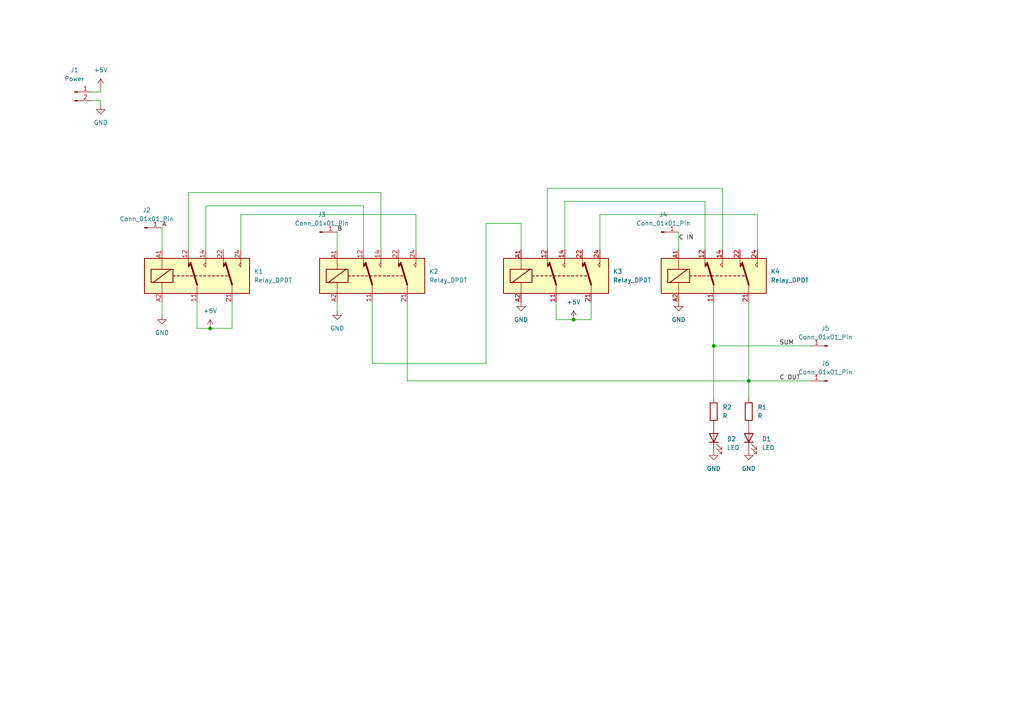
<source format=kicad_sch>
(kicad_sch (version 20231120) (generator "eeschema") (generator_version "8.0")
  (paper "A4")
  (lib_symbols
    (symbol "Connector:Conn_01x01_Pin" (pin_names (offset 1.016) hide)
      (property "Reference" "J" (at 0 2.54 0))
      (property "Value" "Conn_01x01_Pin" (at 0 -2.54 0))
      (symbol "Conn_01x01_Pin_1_1"
        (polyline (pts (xy 1.27 0) (xy 0.8636 0)) (stroke (width 0.1524)))
        (rectangle (start 0.8636 0.127) (end 0 -0.127) (stroke (width 0.1524)) (fill (type outline)))
        (pin passive line (at 5.08 0 180) (length 3.81) (name "Pin_1") (number "1"))
      )
    )
    (symbol "Connector:Conn_01x02_Pin" (pin_names (offset 1.016) hide)
      (property "Reference" "J" (at 0 2.54 0))
      (property "Value" "Conn_01x02_Pin" (at 0 -5.08 0))
      (symbol "Conn_01x02_Pin_1_1"
        (polyline (pts (xy 1.27 -2.54) (xy 0.8636 -2.54)) (stroke (width 0.1524)))
        (polyline (pts (xy 1.27 0) (xy 0.8636 0)) (stroke (width 0.1524)))
        (rectangle (start 0.8636 -2.413) (end 0 -2.667) (stroke (width 0.1524)) (fill (type outline)))
        (rectangle (start 0.8636 0.127) (end 0 -0.127) (stroke (width 0.1524)) (fill (type outline)))
        (pin passive line (at 5.08 0 180) (length 3.81) (name "Pin_1") (number "1"))
        (pin passive line (at 5.08 -2.54 180) (length 3.81) (name "Pin_2") (number "2"))
      )
    )
    (symbol "Device:LED" (pin_numbers hide) (pin_names (offset 1.016) hide)
      (property "Reference" "D" (at 0 2.54 0))
      (property "Value" "LED" (at 0 -2.54 0))
      (symbol "LED_0_1"
        (polyline (pts (xy -1.27 -1.27) (xy -1.27 1.27)) (stroke (width 0.254)))
        (polyline (pts (xy -1.27 0) (xy 1.27 0)))
        (polyline (pts (xy 1.27 -1.27) (xy 1.27 1.27) (xy -1.27 0) (xy 1.27 -1.27)) (stroke (width 0.254)))
        (polyline (pts (xy -3.048 -0.762) (xy -4.572 -2.286) (xy -3.81 -2.286) (xy -4.572 -2.286) (xy -4.572 -1.524)))
        (polyline (pts (xy -1.778 -0.762) (xy -3.302 -2.286) (xy -2.54 -2.286) (xy -3.302 -2.286) (xy -3.302 -1.524)))
      )
      (symbol "LED_1_1"
        (pin passive line (at -3.81 0 0) (length 2.54) (name "K") (number "1"))
        (pin passive line (at 3.81 0 180) (length 2.54) (name "A") (number "2"))
      )
    )
    (symbol "Device:R" (pin_numbers hide) (pin_names (offset 0))
      (property "Reference" "R" (at 2.032 0 90))
      (property "Value" "R" (at 0 0 90))
      (symbol "R_0_1"
        (rectangle (start -1.016 -2.54) (end 1.016 2.54) (stroke (width 0.254)))
      )
      (symbol "R_1_1"
        (pin passive line (at 0 3.81 270) (length 1.27) (name "~") (number "1"))
        (pin passive line (at 0 -3.81 90) (length 1.27) (name "~") (number "2"))
      )
    )
    (symbol "Relay:Relay_DPDT"
      (property "Reference" "K" (at 16.51 3.81 0))
      (property "Value" "Relay_DPDT" (at 16.51 1.27 0))
      (symbol "Relay_DPDT_0_1"
        (rectangle (start -15.24 5.08) (end 15.24 -5.08) (stroke (width 0.254)) (fill (type background)))
        (rectangle (start -13.335 1.905) (end -6.985 -1.905) (stroke (width 0.254)))
        (polyline (pts (xy -12.7 -1.905) (xy -7.62 1.905)) (stroke (width 0.254)))
        (polyline (pts (xy -10.16 -5.08) (xy -10.16 -1.905)))
        (polyline (pts (xy -10.16 5.08) (xy -10.16 1.905)))
        (polyline (pts (xy -6.985 0) (xy -6.35 0)) (stroke (width 0.254)))
        (polyline (pts (xy -5.715 0) (xy -5.08 0)) (stroke (width 0.254)))
        (polyline (pts (xy -4.445 0) (xy -3.81 0)) (stroke (width 0.254)))
        (polyline (pts (xy -3.175 0) (xy -2.54 0)) (stroke (width 0.254)))
        (polyline (pts (xy -1.905 0) (xy -1.27 0)) (stroke (width 0.254)))
        (polyline (pts (xy -0.635 0) (xy 0 0)) (stroke (width 0.254)))
        (polyline (pts (xy 0 -2.54) (xy -1.905 3.81)) (stroke (width 0.508)))
        (polyline (pts (xy 0 -2.54) (xy 0 -5.08)))
        (polyline (pts (xy 0.635 0) (xy 1.27 0)) (stroke (width 0.254)))
        (polyline (pts (xy 1.905 0) (xy 2.54 0)) (stroke (width 0.254)))
        (polyline (pts (xy 3.175 0) (xy 3.81 0)) (stroke (width 0.254)))
        (polyline (pts (xy 4.445 0) (xy 5.08 0)) (stroke (width 0.254)))
        (polyline (pts (xy 5.715 0) (xy 6.35 0)) (stroke (width 0.254)))
        (polyline (pts (xy 6.985 0) (xy 7.62 0)) (stroke (width 0.254)))
        (polyline (pts (xy 8.255 0) (xy 8.89 0)) (stroke (width 0.254)))
        (polyline (pts (xy 10.16 -2.54) (xy 8.255 3.81)) (stroke (width 0.508)))
        (polyline (pts (xy 10.16 -2.54) (xy 10.16 -5.08)))
        (polyline (pts (xy -2.54 5.08) (xy -2.54 2.54) (xy -1.905 3.175) (xy -2.54 3.81)) (fill (type outline)))
        (polyline (pts (xy 2.54 5.08) (xy 2.54 2.54) (xy 1.905 3.175) (xy 2.54 3.81)))
        (polyline (pts (xy 7.62 5.08) (xy 7.62 2.54) (xy 8.255 3.175) (xy 7.62 3.81)) (fill (type outline)))
        (polyline (pts (xy 12.7 5.08) (xy 12.7 2.54) (xy 12.065 3.175) (xy 12.7 3.81)))
      )
      (symbol "Relay_DPDT_1_1"
        (pin passive line (at 0 -7.62 90) (length 2.54) (name "~") (number "11"))
        (pin passive line (at -2.54 7.62 270) (length 2.54) (name "~") (number "12"))
        (pin passive line (at 2.54 7.62 270) (length 2.54) (name "~") (number "14"))
        (pin passive line (at 10.16 -7.62 90) (length 2.54) (name "~") (number "21"))
        (pin passive line (at 7.62 7.62 270) (length 2.54) (name "~") (number "22"))
        (pin passive line (at 12.7 7.62 270) (length 2.54) (name "~") (number "24"))
        (pin passive line (at -10.16 7.62 270) (length 2.54) (name "~") (number "A1"))
        (pin passive line (at -10.16 -7.62 90) (length 2.54) (name "~") (number "A2"))
      )
    )
    (symbol "power:+5V" (power) (pin_numbers hide) (pin_names (offset 0) hide)
      (property "Value" "+5V" (at 0 3.556 0))
      (symbol "+5V_0_1"
        (polyline (pts (xy -0.762 1.27) (xy 0 2.54)))
        (polyline (pts (xy 0 0) (xy 0 2.54)))
        (polyline (pts (xy 0 2.54) (xy 0.762 1.27)))
      )
      (symbol "+5V_1_1"
        (pin power_in line (at 0 0 90) (length 0) (name "~") (number "1"))
      )
    )
    (symbol "power:GND" (power) (pin_numbers hide) (pin_names (offset 0) hide)
      (property "Value" "GND" (at 0 -3.81 0))
      (symbol "GND_0_1"
        (polyline (pts (xy 0 0) (xy 0 -1.27) (xy 1.27 -1.27) (xy 0 -2.54) (xy -1.27 -1.27) (xy 0 -1.27)))
      )
      (symbol "GND_1_1"
        (pin power_in line (at 0 0 270) (length 0) (name "~") (number "1"))
      )
    )
  )
  (junction (at 60.96 95.25))
  (junction (at 217.17 110.49))
  (junction (at 207.01 100.33))
  (junction (at 166.37 92.71))
  (wire (pts (xy 107.95 105.41) (xy 140.97 105.41)))
  (wire (pts (xy 120.65 62.23) (xy 120.65 72.39)))
  (wire (pts (xy 161.29 87.63) (xy 161.29 92.71)))
  (wire (pts (xy 209.55 54.61) (xy 209.55 72.39)))
  (wire (pts (xy 54.61 55.88) (xy 110.49 55.88)))
  (wire (pts (xy 46.99 66.04) (xy 46.99 72.39)))
  (wire (pts (xy 140.97 105.41) (xy 140.97 64.77)))
  (wire (pts (xy 59.69 59.69) (xy 59.69 72.39)))
  (wire (pts (xy 158.75 72.39) (xy 158.75 54.61)))
  (wire (pts (xy 57.15 95.25) (xy 60.96 95.25)))
  (wire (pts (xy 97.79 67.31) (xy 97.79 72.39)))
  (wire (pts (xy 171.45 92.71) (xy 171.45 87.63)))
  (wire (pts (xy 57.15 87.63) (xy 57.15 95.25)))
  (wire (pts (xy 161.29 92.71) (xy 166.37 92.71)))
  (wire (pts (xy 69.85 72.39) (xy 69.85 62.23)))
  (wire (pts (xy 60.96 95.25) (xy 67.31 95.25)))
  (wire (pts (xy 140.97 64.77) (xy 151.13 64.77)))
  (wire (pts (xy 204.47 58.42) (xy 163.83 58.42)))
  (wire (pts (xy 196.85 67.31) (xy 196.85 72.39)))
  (wire (pts (xy 158.75 54.61) (xy 209.55 54.61)))
  (wire (pts (xy 219.71 62.23) (xy 219.71 72.39)))
  (wire (pts (xy 107.95 87.63) (xy 107.95 105.41)))
  (wire (pts (xy 105.41 72.39) (xy 105.41 59.69)))
  (wire (pts (xy 217.17 110.49) (xy 217.17 115.57)))
  (wire (pts (xy 173.99 72.39) (xy 173.99 62.23)))
  (wire (pts (xy 217.17 110.49) (xy 234.95 110.49)))
  (wire (pts (xy 46.99 87.63) (xy 46.99 91.44)))
  (wire (pts (xy 97.79 87.63) (xy 97.79 90.17)))
  (wire (pts (xy 118.11 110.49) (xy 217.17 110.49)))
  (wire (pts (xy 29.21 29.21) (xy 26.67 29.21)))
  (wire (pts (xy 105.41 59.69) (xy 59.69 59.69)))
  (wire (pts (xy 207.01 100.33) (xy 207.01 115.57)))
  (wire (pts (xy 217.17 87.63) (xy 217.17 110.49)))
  (wire (pts (xy 110.49 55.88) (xy 110.49 72.39)))
  (wire (pts (xy 163.83 58.42) (xy 163.83 72.39)))
  (wire (pts (xy 151.13 64.77) (xy 151.13 72.39)))
  (wire (pts (xy 69.85 62.23) (xy 120.65 62.23)))
  (wire (pts (xy 207.01 100.33) (xy 234.95 100.33)))
  (wire (pts (xy 29.21 30.48) (xy 29.21 29.21)))
  (wire (pts (xy 118.11 87.63) (xy 118.11 110.49)))
  (wire (pts (xy 173.99 62.23) (xy 219.71 62.23)))
  (wire (pts (xy 204.47 72.39) (xy 204.47 58.42)))
  (wire (pts (xy 26.67 26.67) (xy 29.21 26.67)))
  (wire (pts (xy 166.37 92.71) (xy 171.45 92.71)))
  (wire (pts (xy 67.31 95.25) (xy 67.31 87.63)))
  (wire (pts (xy 29.21 26.67) (xy 29.21 25.4)))
  (wire (pts (xy 207.01 87.63) (xy 207.01 100.33)))
  (wire (pts (xy 54.61 72.39) (xy 54.61 55.88)))
  (label "A" (at 46.99 66.04 0))
  (label "C OUT" (at 226.06 110.49 0))
  (label "C IN" (at 196.85 69.85 0))
  (label "SUM" (at 226.06 100.33 0))
  (label "B" (at 97.79 67.31 0))
  (symbol (lib_id "Device:R") (at 207.01 119.38 0) (unit 1)
    (property "Reference" "R2" (at 209.55 118.1099 0) (effects (justify left)))
    (property "Value" "R" (at 209.55 120.6499 0) (effects (justify left)))
    (property "Footprint" "Resistor_THT:R_Axial_DIN0207_L6.3mm_D2.5mm_P10.16mm_Horizontal" (effects (hide yes)))
    (property "Description" "Resistor" (effects (hide yes)))
  )
  (symbol (lib_id "Device:LED") (at 217.17 127 90) (unit 1)
    (property "Reference" "D1" (at 220.98 127.3174 90) (effects (justify right)))
    (property "Value" "LED" (at 220.98 129.8574 90) (effects (justify right)))
    (property "Footprint" "LED_THT:LED_D3.0mm" (effects (hide yes)))
    (property "Description" "Light emitting diode" (effects (hide yes)))
  )
  (symbol (lib_id "Relay:Relay_DPDT") (at 161.29 80.01 0) (unit 1)
    (property "Reference" "K3" (at 177.8 78.7399 0) (effects (justify left)))
    (property "Value" "Relay_DPDT" (at 177.8 81.2799 0) (effects (justify left)))
    (property "Footprint" "Custom:Relay TE AXICOM IMO3N 5VDC 2,54mm" (effects (hide yes)))
    (property "Description" "Monostable Relay DPDT, EN50005 " (effects (hide yes)))
  )
  (symbol (lib_id "power:GND") (at 207.01 130.81 0) (unit 1)
    (property "Reference" "#PWR09" (effects (hide yes)))
    (property "Value" "GND" (at 207.01 135.89 0))
    (property "Description" "Power symbol creates a global label with name \"GND\" , ground" (effects (hide yes)))
  )
  (symbol (lib_id "power:GND") (at 29.21 30.48 0) (unit 1)
    (property "Reference" "#PWR08" (effects (hide yes)))
    (property "Value" "GND" (at 29.21 35.56 0))
    (property "Description" "Power symbol creates a global label with name \"GND\" , ground" (effects (hide yes)))
  )
  (symbol (lib_id "power:GND") (at 196.85 87.63 0) (unit 1)
    (property "Reference" "#PWR05" (effects (hide yes)))
    (property "Value" "GND" (at 196.85 92.71 0))
    (property "Description" "Power symbol creates a global label with name \"GND\" , ground" (effects (hide yes)))
  )
  (symbol (lib_id "Device:R") (at 217.17 119.38 0) (unit 1)
    (property "Reference" "R1" (at 219.71 118.1099 0) (effects (justify left)))
    (property "Value" "R" (at 219.71 120.6499 0) (effects (justify left)))
    (property "Footprint" "Resistor_THT:R_Axial_DIN0207_L6.3mm_D2.5mm_P10.16mm_Horizontal" (effects (hide yes)))
    (property "Description" "Resistor" (effects (hide yes)))
  )
  (symbol (lib_id "power:+5V") (at 29.21 25.4 0) (unit 1)
    (property "Reference" "#PWR07" (effects (hide yes)))
    (property "Value" "+5V" (at 29.21 20.32 0))
    (property "Description" "Power symbol creates a global label with name \"+5V\"" (effects (hide yes)))
  )
  (symbol (lib_id "Connector:Conn_01x02_Pin") (at 21.59 26.67 0) (unit 1)
    (property "Reference" "J1" (at 21.59 20.32 0))
    (property "Value" "Power" (at 21.59 22.86 0))
    (property "Footprint" "Connector_PinSocket_2.54mm:PinSocket_1x02_P2.54mm_Vertical" (effects (hide yes)))
    (property "Description" "Generic connector, single row, 01x02, script generated" (effects (hide yes)))
  )
  (symbol (lib_id "power:+5V") (at 166.37 92.71 0) (unit 1)
    (property "Reference" "#PWR06" (effects (hide yes)))
    (property "Value" "+5V" (at 166.37 87.63 0))
    (property "Description" "Power symbol creates a global label with name \"+5V\"" (effects (hide yes)))
  )
  (symbol (lib_id "Connector:Conn_01x01_Pin") (at 240.03 110.49 0) (mirror y) (unit 1)
    (property "Reference" "J6" (at 239.395 105.41 0))
    (property "Value" "Conn_01x01_Pin" (at 239.395 107.95 0))
    (property "Footprint" "Connector_PinSocket_2.54mm:PinSocket_1x01_P2.54mm_Vertical" (effects (hide yes)))
    (property "Description" "Generic connector, single row, 01x01, script generated" (effects (hide yes)))
  )
  (symbol (lib_id "Relay:Relay_DPDT") (at 107.95 80.01 0) (unit 1)
    (property "Reference" "K2" (at 124.46 78.7399 0) (effects (justify left)))
    (property "Value" "Relay_DPDT" (at 124.46 81.2799 0) (effects (justify left)))
    (property "Footprint" "Custom:Relay TE AXICOM IMO3N 5VDC 2,54mm" (effects (hide yes)))
    (property "Description" "Monostable Relay DPDT, EN50005 " (effects (hide yes)))
  )
  (symbol (lib_id "power:GND") (at 46.99 91.44 0) (unit 1)
    (property "Reference" "#PWR01" (effects (hide yes)))
    (property "Value" "GND" (at 46.99 96.52 0))
    (property "Description" "Power symbol creates a global label with name \"GND\" , ground" (effects (hide yes)))
  )
  (symbol (lib_id "Relay:Relay_DPDT") (at 207.01 80.01 0) (unit 1)
    (property "Reference" "K4" (at 223.52 78.7399 0) (effects (justify left)))
    (property "Value" "Relay_DPDT" (at 223.52 81.2799 0) (effects (justify left)))
    (property "Footprint" "Custom:Relay TE AXICOM IMO3N 5VDC 2,54mm" (effects (hide yes)))
    (property "Description" "Monostable Relay DPDT, EN50005 " (effects (hide yes)))
  )
  (symbol (lib_id "power:GND") (at 217.17 130.81 0) (unit 1)
    (property "Reference" "#PWR010" (effects (hide yes)))
    (property "Value" "GND" (at 217.17 135.89 0))
    (property "Description" "Power symbol creates a global label with name \"GND\" , ground" (effects (hide yes)))
  )
  (symbol (lib_id "Connector:Conn_01x01_Pin") (at 41.91 66.04 0) (unit 1)
    (property "Reference" "J2" (at 42.545 60.96 0))
    (property "Value" "Conn_01x01_Pin" (at 42.545 63.5 0))
    (property "Footprint" "Connector_PinSocket_2.54mm:PinSocket_1x01_P2.54mm_Vertical" (effects (hide yes)))
    (property "Description" "Generic connector, single row, 01x01, script generated" (effects (hide yes)))
  )
  (symbol (lib_id "power:GND") (at 97.79 90.17 0) (unit 1)
    (property "Reference" "#PWR02" (effects (hide yes)))
    (property "Value" "GND" (at 97.79 95.25 0))
    (property "Description" "Power symbol creates a global label with name \"GND\" , ground" (effects (hide yes)))
  )
  (symbol (lib_id "power:+5V") (at 60.96 95.25 0) (unit 1)
    (property "Reference" "#PWR03" (effects (hide yes)))
    (property "Value" "+5V" (at 60.96 90.17 0))
    (property "Description" "Power symbol creates a global label with name \"+5V\"" (effects (hide yes)))
  )
  (symbol (lib_id "power:GND") (at 151.13 87.63 0) (unit 1)
    (property "Reference" "#PWR04" (effects (hide yes)))
    (property "Value" "GND" (at 151.13 92.71 0))
    (property "Description" "Power symbol creates a global label with name \"GND\" , ground" (effects (hide yes)))
  )
  (symbol (lib_id "Connector:Conn_01x01_Pin") (at 191.77 67.31 0) (unit 1)
    (property "Reference" "J4" (at 192.405 62.23 0))
    (property "Value" "Conn_01x01_Pin" (at 192.405 64.77 0))
    (property "Footprint" "Connector_PinSocket_2.54mm:PinSocket_1x01_P2.54mm_Vertical" (effects (hide yes)))
    (property "Description" "Generic connector, single row, 01x01, script generated" (effects (hide yes)))
  )
  (symbol (lib_id "Device:LED") (at 207.01 127 90) (unit 1)
    (property "Reference" "D2" (at 210.82 127.3174 90) (effects (justify right)))
    (property "Value" "LED" (at 210.82 129.8574 90) (effects (justify right)))
    (property "Footprint" "LED_THT:LED_D3.0mm" (effects (hide yes)))
    (property "Description" "Light emitting diode" (effects (hide yes)))
  )
  (symbol (lib_id "Relay:Relay_DPDT") (at 57.15 80.01 0) (unit 1)
    (property "Reference" "K1" (at 73.66 78.7399 0) (effects (justify left)))
    (property "Value" "Relay_DPDT" (at 73.66 81.2799 0) (effects (justify left)))
    (property "Footprint" "Custom:Relay TE AXICOM IMO3N 5VDC 2,54mm" (effects (hide yes)))
    (property "Description" "Monostable Relay DPDT, EN50005 " (effects (hide yes)))
  )
  (symbol (lib_id "Connector:Conn_01x01_Pin") (at 240.03 100.33 0) (mirror y) (unit 1)
    (property "Reference" "J5" (at 239.395 95.25 0))
    (property "Value" "Conn_01x01_Pin" (at 239.395 97.79 0))
    (property "Footprint" "Connector_PinSocket_2.54mm:PinSocket_1x01_P2.54mm_Vertical" (effects (hide yes)))
    (property "Description" "Generic connector, single row, 01x01, script generated" (effects (hide yes)))
  )
  (symbol (lib_id "Connector:Conn_01x01_Pin") (at 92.71 67.31 0) (unit 1)
    (property "Reference" "J3" (at 93.345 62.23 0))
    (property "Value" "Conn_01x01_Pin" (at 93.345 64.77 0))
    (property "Footprint" "Connector_PinSocket_2.54mm:PinSocket_1x01_P2.54mm_Vertical" (effects (hide yes)))
    (property "Description" "Generic connector, single row, 01x01, script generated" (effects (hide yes)))
  )
)
</source>
